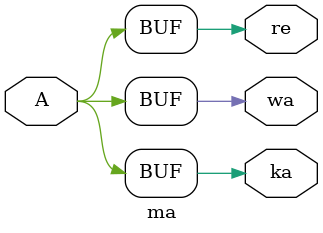
<source format=v>
`timescale 1ns / 1ps
module ma(A,wa,ka,re) ;
    
    input A;
   
    output ka;
	 output wa;
	 output re;
	 
	 assign #10 ka=A;
	 assign #10 wa=A;
	 assign #10 re=wa;
	 


endmodule

</source>
